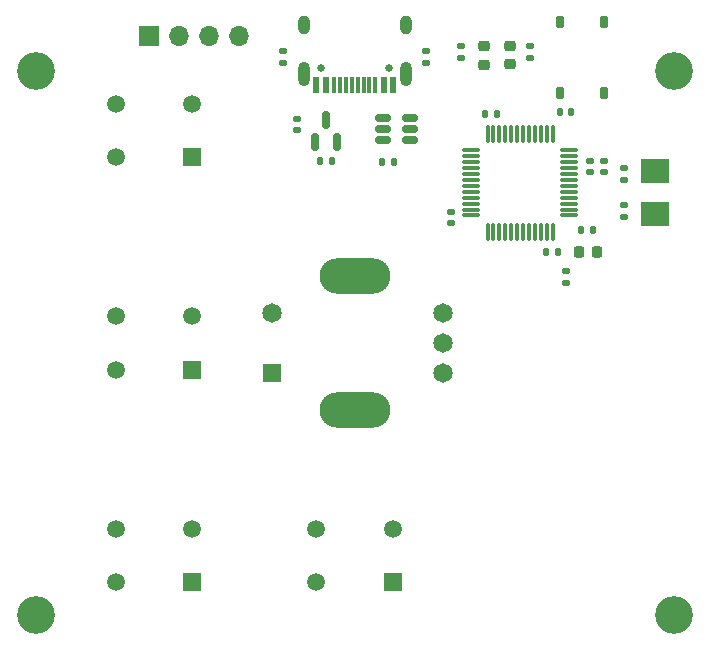
<source format=gts>
G04 #@! TF.GenerationSoftware,KiCad,Pcbnew,(6.0.6-0)*
G04 #@! TF.CreationDate,2022-07-25T08:19:13+01:00*
G04 #@! TF.ProjectId,Spinny,5370696e-6e79-42e6-9b69-6361645f7063,rev?*
G04 #@! TF.SameCoordinates,Original*
G04 #@! TF.FileFunction,Soldermask,Top*
G04 #@! TF.FilePolarity,Negative*
%FSLAX46Y46*%
G04 Gerber Fmt 4.6, Leading zero omitted, Abs format (unit mm)*
G04 Created by KiCad (PCBNEW (6.0.6-0)) date 2022-07-25 08:19:13*
%MOMM*%
%LPD*%
G01*
G04 APERTURE LIST*
G04 Aperture macros list*
%AMRoundRect*
0 Rectangle with rounded corners*
0 $1 Rounding radius*
0 $2 $3 $4 $5 $6 $7 $8 $9 X,Y pos of 4 corners*
0 Add a 4 corners polygon primitive as box body*
4,1,4,$2,$3,$4,$5,$6,$7,$8,$9,$2,$3,0*
0 Add four circle primitives for the rounded corners*
1,1,$1+$1,$2,$3*
1,1,$1+$1,$4,$5*
1,1,$1+$1,$6,$7*
1,1,$1+$1,$8,$9*
0 Add four rect primitives between the rounded corners*
20,1,$1+$1,$2,$3,$4,$5,0*
20,1,$1+$1,$4,$5,$6,$7,0*
20,1,$1+$1,$6,$7,$8,$9,0*
20,1,$1+$1,$8,$9,$2,$3,0*%
G04 Aperture macros list end*
%ADD10R,1.508000X1.508000*%
%ADD11C,1.508000*%
%ADD12RoundRect,0.218750X-0.256250X0.218750X-0.256250X-0.218750X0.256250X-0.218750X0.256250X0.218750X0*%
%ADD13C,3.200000*%
%ADD14RoundRect,0.135000X-0.185000X0.135000X-0.185000X-0.135000X0.185000X-0.135000X0.185000X0.135000X0*%
%ADD15RoundRect,0.140000X-0.140000X-0.170000X0.140000X-0.170000X0.140000X0.170000X-0.140000X0.170000X0*%
%ADD16R,1.650000X1.650000*%
%ADD17C,1.650000*%
%ADD18O,6.000000X3.000000*%
%ADD19R,2.400000X2.000000*%
%ADD20RoundRect,0.075000X0.662500X0.075000X-0.662500X0.075000X-0.662500X-0.075000X0.662500X-0.075000X0*%
%ADD21RoundRect,0.075000X0.075000X0.662500X-0.075000X0.662500X-0.075000X-0.662500X0.075000X-0.662500X0*%
%ADD22C,0.650000*%
%ADD23R,0.600000X1.450000*%
%ADD24R,0.300000X1.450000*%
%ADD25O,1.000000X2.100000*%
%ADD26O,1.000000X1.600000*%
%ADD27RoundRect,0.150000X0.150000X-0.587500X0.150000X0.587500X-0.150000X0.587500X-0.150000X-0.587500X0*%
%ADD28RoundRect,0.140000X0.140000X0.170000X-0.140000X0.170000X-0.140000X-0.170000X0.140000X-0.170000X0*%
%ADD29RoundRect,0.140000X-0.170000X0.140000X-0.170000X-0.140000X0.170000X-0.140000X0.170000X0.140000X0*%
%ADD30RoundRect,0.140000X0.170000X-0.140000X0.170000X0.140000X-0.170000X0.140000X-0.170000X-0.140000X0*%
%ADD31RoundRect,0.135000X-0.135000X-0.185000X0.135000X-0.185000X0.135000X0.185000X-0.135000X0.185000X0*%
%ADD32RoundRect,0.225000X-0.225000X-0.250000X0.225000X-0.250000X0.225000X0.250000X-0.225000X0.250000X0*%
%ADD33RoundRect,0.135000X0.185000X-0.135000X0.185000X0.135000X-0.185000X0.135000X-0.185000X-0.135000X0*%
%ADD34RoundRect,0.150000X-0.512500X-0.150000X0.512500X-0.150000X0.512500X0.150000X-0.512500X0.150000X0*%
%ADD35R,1.700000X1.700000*%
%ADD36O,1.700000X1.700000*%
%ADD37RoundRect,0.187500X0.187500X-0.312500X0.187500X0.312500X-0.187500X0.312500X-0.187500X-0.312500X0*%
G04 APERTURE END LIST*
D10*
G04 #@! TO.C,SW2*
X136250000Y-102250000D03*
D11*
X136250000Y-97750000D03*
X129750000Y-102250000D03*
X129750000Y-97750000D03*
G04 #@! TD*
D12*
G04 #@! TO.C,D1*
X160950000Y-74877500D03*
X160950000Y-76452500D03*
G04 #@! TD*
D11*
G04 #@! TO.C,SW3*
X136250000Y-115750000D03*
D10*
X136250000Y-120250000D03*
D11*
X129750000Y-120250000D03*
X129750000Y-115750000D03*
G04 #@! TD*
D13*
G04 #@! TO.C,H3*
X123000000Y-123000000D03*
G04 #@! TD*
D14*
G04 #@! TO.C,R4*
X167850000Y-93940000D03*
X167850000Y-94960000D03*
G04 #@! TD*
D15*
G04 #@! TO.C,C5*
X161050000Y-80600000D03*
X162010000Y-80600000D03*
G04 #@! TD*
G04 #@! TO.C,C12*
X167370000Y-80450000D03*
X168330000Y-80450000D03*
G04 #@! TD*
D16*
G04 #@! TO.C,MT1*
X143000000Y-102500000D03*
D17*
X143000000Y-97500000D03*
X157500000Y-102500000D03*
X157500000Y-97500000D03*
X157500000Y-100000000D03*
D18*
X150000000Y-105700000D03*
X150000000Y-94300000D03*
G04 #@! TD*
D19*
G04 #@! TO.C,Y1*
X175410000Y-89120000D03*
X175410000Y-85420000D03*
G04 #@! TD*
D11*
G04 #@! TO.C,SW1*
X136250000Y-79750000D03*
D10*
X136250000Y-84250000D03*
D11*
X129750000Y-79750000D03*
X129750000Y-84250000D03*
G04 #@! TD*
D13*
G04 #@! TO.C,H2*
X177000000Y-77000000D03*
G04 #@! TD*
D20*
G04 #@! TO.C,U3*
X168162500Y-89200000D03*
X168162500Y-88700000D03*
X168162500Y-88200000D03*
X168162500Y-87700000D03*
X168162500Y-87200000D03*
X168162500Y-86700000D03*
X168162500Y-86200000D03*
X168162500Y-85700000D03*
X168162500Y-85200000D03*
X168162500Y-84700000D03*
X168162500Y-84200000D03*
X168162500Y-83700000D03*
D21*
X166750000Y-82287500D03*
X166250000Y-82287500D03*
X165750000Y-82287500D03*
X165250000Y-82287500D03*
X164750000Y-82287500D03*
X164250000Y-82287500D03*
X163750000Y-82287500D03*
X163250000Y-82287500D03*
X162750000Y-82287500D03*
X162250000Y-82287500D03*
X161750000Y-82287500D03*
X161250000Y-82287500D03*
D20*
X159837500Y-83700000D03*
X159837500Y-84200000D03*
X159837500Y-84700000D03*
X159837500Y-85200000D03*
X159837500Y-85700000D03*
X159837500Y-86200000D03*
X159837500Y-86700000D03*
X159837500Y-87200000D03*
X159837500Y-87700000D03*
X159837500Y-88200000D03*
X159837500Y-88700000D03*
X159837500Y-89200000D03*
D21*
X161250000Y-90612500D03*
X161750000Y-90612500D03*
X162250000Y-90612500D03*
X162750000Y-90612500D03*
X163250000Y-90612500D03*
X163750000Y-90612500D03*
X164250000Y-90612500D03*
X164750000Y-90612500D03*
X165250000Y-90612500D03*
X165750000Y-90612500D03*
X166250000Y-90612500D03*
X166750000Y-90612500D03*
G04 #@! TD*
D22*
G04 #@! TO.C,J1*
X152890000Y-76730000D03*
X147110000Y-76730000D03*
D23*
X153250000Y-78175000D03*
X152450000Y-78175000D03*
D24*
X151250000Y-78175000D03*
X150250000Y-78175000D03*
X149750000Y-78175000D03*
X148750000Y-78175000D03*
D23*
X147550000Y-78175000D03*
X146750000Y-78175000D03*
X146750000Y-78175000D03*
X147550000Y-78175000D03*
D24*
X148250000Y-78175000D03*
X149250000Y-78175000D03*
X150750000Y-78175000D03*
X151750000Y-78175000D03*
D23*
X152450000Y-78175000D03*
X153250000Y-78175000D03*
D25*
X154320000Y-77260000D03*
X145680000Y-77260000D03*
D26*
X145680000Y-73080000D03*
X154320000Y-73080000D03*
G04 #@! TD*
D27*
G04 #@! TO.C,U1*
X146600000Y-82980000D03*
X148500000Y-82980000D03*
X147550000Y-81105000D03*
G04 #@! TD*
D28*
G04 #@! TO.C,C7*
X167180000Y-92300000D03*
X166220000Y-92300000D03*
G04 #@! TD*
D14*
G04 #@! TO.C,R6*
X164850000Y-74840000D03*
X164850000Y-75860000D03*
G04 #@! TD*
D15*
G04 #@! TO.C,C4*
X169200000Y-90400000D03*
X170160000Y-90400000D03*
G04 #@! TD*
D12*
G04 #@! TO.C,D2*
X163150000Y-74840000D03*
X163150000Y-76415000D03*
G04 #@! TD*
D29*
G04 #@! TO.C,C8*
X171150000Y-84600000D03*
X171150000Y-85560000D03*
G04 #@! TD*
G04 #@! TO.C,C10*
X172810000Y-88350000D03*
X172810000Y-89310000D03*
G04 #@! TD*
G04 #@! TO.C,C1*
X145100000Y-81020000D03*
X145100000Y-81980000D03*
G04 #@! TD*
D13*
G04 #@! TO.C,H1*
X123000000Y-77000000D03*
G04 #@! TD*
D14*
G04 #@! TO.C,R1*
X156050000Y-75300000D03*
X156050000Y-76320000D03*
G04 #@! TD*
G04 #@! TO.C,R3*
X159000000Y-74850000D03*
X159000000Y-75870000D03*
G04 #@! TD*
D30*
G04 #@! TO.C,C11*
X172810000Y-86186000D03*
X172810000Y-85226000D03*
G04 #@! TD*
D31*
G04 #@! TO.C,R5*
X152290000Y-84680000D03*
X153310000Y-84680000D03*
G04 #@! TD*
D13*
G04 #@! TO.C,H4*
X177000000Y-123000000D03*
G04 #@! TD*
D32*
G04 #@! TO.C,C3*
X169000000Y-92300000D03*
X170550000Y-92300000D03*
G04 #@! TD*
D33*
G04 #@! TO.C,R2*
X143940000Y-76310000D03*
X143940000Y-75290000D03*
G04 #@! TD*
D30*
G04 #@! TO.C,C6*
X158150000Y-89850000D03*
X158150000Y-88890000D03*
G04 #@! TD*
D34*
G04 #@! TO.C,U2*
X152382500Y-80930000D03*
X152382500Y-81880000D03*
X152382500Y-82830000D03*
X154657500Y-82830000D03*
X154657500Y-81880000D03*
X154657500Y-80930000D03*
G04 #@! TD*
D29*
G04 #@! TO.C,C9*
X169900000Y-84600000D03*
X169900000Y-85560000D03*
G04 #@! TD*
D35*
G04 #@! TO.C,J2*
X132600000Y-73990000D03*
D36*
X135140000Y-73990000D03*
X137680000Y-73990000D03*
X140220000Y-73990000D03*
G04 #@! TD*
D28*
G04 #@! TO.C,C2*
X148060000Y-84580000D03*
X147100000Y-84580000D03*
G04 #@! TD*
D10*
G04 #@! TO.C,SW4*
X153250000Y-120250000D03*
D11*
X153250000Y-115750000D03*
X146750000Y-115750000D03*
X146750000Y-120250000D03*
G04 #@! TD*
D37*
G04 #@! TO.C,SW5*
X167375000Y-78800000D03*
X171125000Y-78800000D03*
X171125000Y-72800000D03*
X167375000Y-72800000D03*
G04 #@! TD*
M02*

</source>
